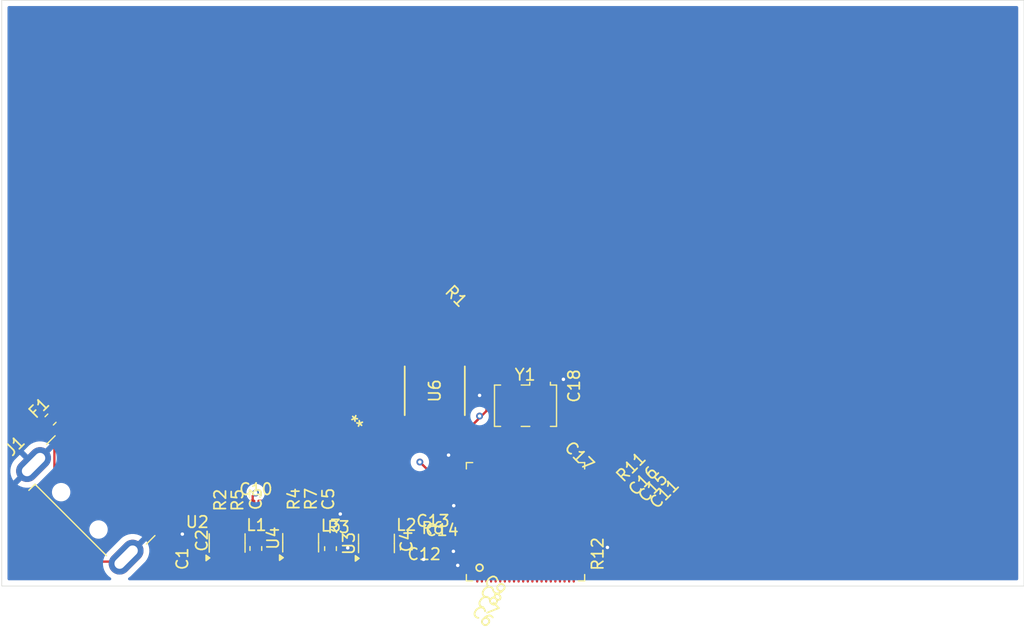
<source format=kicad_pcb>
(kicad_pcb (version 20240108) (generator "pcbnew") (generator_version "8.0")
  (layers (0 "F.Cu" signal) (1 "In1.Cu" signal) (2 "In2.Cu" signal) (31 "B.Cu" signal) (34 "B.Paste" user) (35 "F.Paste" user) (36 "B.SilkS" user "B.Silkscreen") (37 "F.SilkS" user "F.Silkscreen") (38 "B.Mask" user) (39 "F.Mask" user) (44 "Edge.Cuts" user))
  (net 0 "")
  (net 1 "+3V3")
  (net 2 "+1V1")
  (net 3 "GND")
  (net 4 "+2V5")
  (net 5 "Net-(U4-FB)")
  (net 6 "Net-(U2-FB)")
  (net 7 "Net-(U2-SW)")
  (net 8 "Net-(U4-SW)")
  (net 34 "Net-(U5B-SVREF)")
  (net 53 "Net-(U3-FB)")
  (net 54 "Net-(U3-SW)")
  (net 55 "SPI_MISO")
  (net 56 "FUSE_PWR")
  (net 57 "SPI_MOSI")
  (net 58 "USB_DN")
  (net 59 "USB_DP")
  (net 60 "SPI_CLK")
  (net 61 "CLKN")
  (net 62 "CLKP")
  (net 63 "SPI_CS")
  (net 64 "STATUS")
  (net 65 "USB_VBUS")
  (footprint "Capacitor_SMD:C_0201_0603Metric" (layer "F.Cu") (at 223.277792 115.177207 180)
    (property "Reference" "C12")
    (property "Value" "100nF")
  )
  (footprint "Capacitor_SMD:C_0201_0603Metric" (layer "F.Cu") (at 226.111271 108.655 -90)
    (property "Reference" "C9")
    (property "Value" "100nF")
  )
  (footprint "Capacitor_SMD:C_0201_0603Metric" (layer "F.Cu") (at 239.9 112.900001 180)
    (property "Reference" "C16")
    (property "Value" "1µF")
  )
  (footprint "Connector_USB:USB_A_CNCTech_1001-011-01101_Horizontal" (layer "F.Cu") (at 198.177244 107.572757 45)
    (property "Reference" "J1")
    (property "Value" "USB_B")
  )
  (footprint "Inductor_SMD:L_0603_1608Metric" (layer "F.Cu") (at 208.622792 115.727206 90)
    (property "Reference" "L1")
    (property "Value" "2.2µH")
  )
  (footprint "custom:WIN_SN-8_WIN" (layer "F.Cu") (at 224.2 102 90)
    (property "Reference" "U6")
    (property "Value" "W25Q80DVSNIG")
  )
  (footprint "Capacitor_SMD:C_0201_0603Metric" (layer "F.Cu") (at 208.622792 112.714707)
    (property "Reference" "C3")
    (property "Value" "22µF")
  )
  (footprint "Capacitor_SMD:C_0201_0603Metric" (layer "F.Cu") (at 224.042792 114.377207)
    (property "Reference" "C13")
    (property "Value" "100nF")
  )
  (footprint "Resistor_SMD:R_0201_0603Metric" (layer "F.Cu") (at 211.922792 112.727207)
    (property "Reference" "R4")
    (property "Value" "10k")
  )
  (footprint "Capacitor_SMD:C_0201_0603Metric" (layer "F.Cu") (at 239.92 113.7)
    (property "Reference" "C11")
    (property "Value" "100nF")
  )
  (footprint "Resistor_SMD:R_0201_0603Metric" (layer "F.Cu") (at 238.420002 114.480002)
    (property "Reference" "R12")
    (property "Value" "2.2k")
  )
  (footprint "Resistor_SMD:R_0201_0603Metric" (layer "F.Cu") (at 217.022792 113.932207 90)
    (property "Reference" "R3")
    (property "Value" "11k")
  )
  (footprint "Resistor_SMD:R_0201_0603Metric" (layer "F.Cu") (at 213.422792 112.727207)
    (property "Reference" "R7")
    (property "Value" "8.2k")
  )
  (footprint "Capacitor_SMD:C_0201_0603Metric" (layer "F.Cu") (at 239.92 114.5 180)
    (property "Reference" "C15")
    (property "Value" "1µF")
  )
  (footprint "Capacitor_SMD:C_0201_0603Metric" (layer "F.Cu") (at 232 105.8)
    (property "Reference" "C17")
    (property "Value" "30pF")
  )
  (footprint "Resistor_SMD:R_0201_0603Metric" (layer "F.Cu") (at 205.502792 112.714708)
    (property "Reference" "R2")
    (property "Value" "11k")
  )
  (footprint "Package_TO_SOT_SMD:SOT-23-5" (layer "F.Cu") (at 212.522792 115.227207 90)
    (property "Reference" "U4")
    (property "Value" "JW5211")
  )
  (footprint "custom:QFN-88_EP_10x10_Pitch0.4mm" (layer "F.Cu") (at 232.1 113.4 90)
    (property "Reference" "U5" (hide yes))
    (property "Value" "F1C200s")
  )
  (footprint "Inductor_SMD:L_0603_1608Metric" (layer "F.Cu") (at 215.122792 115.739707 90)
    (property "Reference" "L3")
    (property "Value" "2.2µH")
  )
  (footprint "Capacitor_SMD:C_0201_0603Metric" (layer "F.Cu") (at 203.922792 116.627206 90)
    (property "Reference" "C2")
    (property "Value" "2.2µF")
  )
  (footprint "Capacitor_SMD:C_0201_0603Metric" (layer "F.Cu") (at 214.922791 112.727207)
    (property "Reference" "C5")
    (property "Value" "22µF")
  )
  (footprint "Capacitor_SMD:C_0201_0603Metric" (layer "F.Cu") (at 223.989952 108.655001 -90)
    (property "Reference" "C6")
    (property "Value" "2.2µF")
  )
  (footprint "Fuse:Fuse_0603_1608Metric" (layer "F.Cu") (at 190.75 104.5 45)
    (property "Reference" "F1")
    (property "Value" "Polyfuse")
  )
  (footprint "Resistor_SMD:R_0201_0603Metric" (layer "F.Cu") (at 238.420002 113.680001 180)
    (property "Reference" "R11")
    (property "Value" "2.2k")
  )
  (footprint "Oscillator:Oscillator_SMD_TXC_7C-4Pin_5.0x3.2mm" (layer "F.Cu") (at 232.1 103.3 180)
    (property "Reference" "Y1")
    (property "Value" "24MHz")
  )
  (footprint "Capacitor_SMD:C_0201_0603Metric" (layer "F.Cu") (at 221.677792 113.777207 180)
    (property "Reference" "C4")
    (property "Value" "22µF")
  )
  (footprint "Capacitor_SMD:C_0201_0603Metric" (layer "F.Cu") (at 224.822792 115.177207)
    (property "Reference" "C14")
    (property "Value" "100nF")
  )
  (footprint "Package_TO_SOT_SMD:SOT-23-5" (layer "F.Cu") (at 219.122792 115.289707 90)
    (property "Reference" "U3")
    (property "Value" "JW5211")
  )
  (footprint "Inductor_SMD:L_0603_1608Metric" (layer "F.Cu") (at 221.722792 115.689707 90)
    (property "Reference" "L2")
    (property "Value" "2.2µH")
  )
  (footprint "Capacitor_SMD:C_0201_0603Metric" (layer "F.Cu") (at 224.697057 108.655001 -90)
    (property "Reference" "C7")
    (property "Value" "100nF")
  )
  (footprint "Capacitor_SMD:C_0201_0603Metric" (layer "F.Cu") (at 203.122792 116.627206 90)
    (property "Reference" "C1")
    (property "Value" "2.2µF")
  )
  (footprint "Resistor_SMD:R_0201_0603Metric" (layer "F.Cu") (at 222.822792 113.977206 -90)
    (property "Reference" "R6")
    (property "Value" "36k")
  )
  (footprint "Capacitor_SMD:C_0201_0603Metric" (layer "F.Cu") (at 225.4 108.662158 -90)
    (property "Reference" "C8")
    (property "Value" "100nF")
  )
  (footprint "Resistor_SMD:R_0201_0603Metric" (layer "F.Cu") (at 207.022792 112.714707)
    (property "Reference" "R5")
    (property "Value" "49.9k")
  )
  (footprint "Capacitor_SMD:C_0201_0603Metric" (layer "F.Cu") (at 235.3 102.5 90)
    (property "Reference" "C18")
    (property "Value" "30pF")
  )
  (footprint "Capacitor_SMD:C_0201_0603Metric" (layer "F.Cu") (at 208.667792 111.677207 180)
    (property "Reference" "C10")
    (property "Value" "100nF")
  )
  (footprint "Resistor_SMD:R_0201_0603Metric" (layer "F.Cu") (at 227.2 105.58 90)
    (property "Reference" "R1")
    (property "Value" "3.3k")
  )
  (footprint "Package_TO_SOT_SMD:SOT-23-5" (layer "F.Cu") (at 206.122791 115.252208 90)
    (property "Reference" "U2")
    (property "Value" "JW5211")
  )
  (gr_rect (start 186.5 68) (end 275.5 119) (stroke (width 0.05)) (fill none) (layer "Edge.Cuts"))
  (segment (start 212.7 104.2) (end 212.7 102.7) (width 0.2) (layer "F.Cu") (net 0))
  (segment (start 191.8 91.5) (end 227.2 91.5) (width 0.2) (layer "F.Cu") (net 0))
  (segment (start 253.9 97.5) (end 253.9 96) (width 0.2) (layer "F.Cu") (net 0))
  (segment (start 233.2 97.5) (end 253.9 97.5) (width 0.2) (layer "F.Cu") (net 0))
  (segment (start 191.8 93.2) (end 191.8 91.5) (width 0.2) (layer "F.Cu") (net 0))
  (segment (start 201.4 102.8) (end 191.8 93.2) (width 0.2) (layer "F.Cu") (net 0))
  (segment (start 240.9 93.4) (end 249.9 102.4) (width 0.2) (layer "F.Cu") (net 0))
  (segment (start 253.9 96) (end 244.9 87) (width 0.2) (layer "F.Cu") (net 0))
  (segment (start 227.2 91.5) (end 228 92.3) (width 0.2) (layer "F.Cu") (net 0))
  (segment (start 214.9 93.7) (end 210.5 93.7) (width 0.2) (layer "F.Cu") (net 0))
  (segment (start 228 92.3) (end 233.2 97.5) (width 0.2) (layer "F.Cu") (net 0))
  (segment (start 234.2 93.4) (end 240.9 93.4) (width 0.2) (layer "F.Cu") (net 0))
  (segment (start 244.9 87) (end 240.6 87) (width 0.2) (layer "F.Cu") (net 0))
  (segment (start 212.7 102.7) (end 205.7 95.7) (width 0.2) (layer "F.Cu") (net 0))
  (segment (start 240.6 87) (end 234.2 93.4) (width 0.2) (layer "F.Cu") (net 0))
  (segment (start 210.5 93.7) (end 201.4 102.8) (width 0.2) (layer "F.Cu") (net 0))
  (segment (start 234.065685 109.2) (end 227.2 109.2) (width 0.2) (layer "F.Cu") (net 1))
  (segment (start 227.2 109.2) (end 226.336271 109.2) (width 0.2) (layer "F.Cu") (net 1))
  (segment (start 208.302792 112.714708) (end 207.342792 112.714707) (width 0.2) (layer "F.Cu") (net 1))
  (segment (start 226.111271 108.975) (end 223.989953 108.975) (width 0.2) (layer "F.Cu") (net 1))
  (segment (start 223.565 99.27585) (end 222.295001 99.27585) (width 0.2) (layer "F.Cu") (net 1))
  (segment (start 224.6556 100.7061) (end 227.540414 100.7061) (width 0.2) (layer "F.Cu") (net 1))
  (segment (start 223.675001 108.975001) (end 222.9 108.2) (width 0.2) (layer "F.Cu") (net 1))
  (segment (start 223.565 99.27585) (end 223.565 99.6155) (width 0.2) (layer "F.Cu") (net 1))
  (segment (start 227.540414 100.7061) (end 228.7 101.865686) (width 0.2) (layer "F.Cu") (net 1))
  (segment (start 208.347792 111.677207) (end 208.347792 111.152208) (width 0.2) (layer "F.Cu") (net 1))
  (segment (start 228.1 104.36) (end 227.2 105.26) (width 0.2) (layer "F.Cu") (net 1))
  (segment (start 228.7 101.865686) (end 228.7 103.76) (width 0.2) (layer "F.Cu") (net 1))
  (segment (start 234.3 108.965685) (end 234.065685 109.2) (width 0.2) (layer "F.Cu") (net 1))
  (segment (start 223.565 99.6155) (end 224.6556 100.7061) (width 0.2) (layer "F.Cu") (net 1))
  (segment (start 234.3 108.5) (end 234.3 108.965685) (width 0.2) (layer "F.Cu") (net 1))
  (segment (start 228.1 104.2) (end 228.1 104.36) (width 0.2) (layer "F.Cu") (net 1))
  (segment (start 223.989953 108.975) (end 223.989952 108.975001) (width 0.2) (layer "F.Cu") (net 1))
  (segment (start 208.222792 112.794707) (end 208.222792 114.539706) (width 0.2) (layer "F.Cu") (net 1))
  (segment (start 226.336271 109.2) (end 226.111271 108.975) (width 0.2) (layer "F.Cu") (net 1))
  (segment (start 208.222792 114.539706) (end 208.622792 114.939705) (width 0.2) (layer "F.Cu") (net 1))
  (segment (start 223.989952 108.975001) (end 223.675001 108.975001) (width 0.2) (layer "F.Cu") (net 1))
  (segment (start 208.347792 111.152208) (end 208.6 110.9) (width 0.2) (layer "F.Cu") (net 1))
  (segment (start 208.347792 111.677207) (end 208.347792 112.669707) (width 0.2) (layer "F.Cu") (net 1))
  (segment (start 228.7 103.76) (end 227.2 105.26) (width 0.2) (layer "F.Cu") (net 1))
  (via (at 228.1 104.2) (size 0.6) (drill 0.3) (layers "F.Cu" "B.Cu") (net 1))
  (via (at 208.6 110.9) (size 0.6) (drill 0.3) (layers "F.Cu" "B.Cu") (net 1))
  (via (at 222.9 108.2) (size 0.6) (drill 0.3) (layers "F.Cu" "B.Cu") (net 1))
  (segment (start 213.742791 112.727207) (end 214.602792 112.727207) (width 0.2) (layer "F.Cu") (net 2))
  (segment (start 218.969607 112.789707) (end 222.598748 112.789707) (width 0.2) (layer "F.Cu") (net 2))
  (segment (start 223.597792 115.177207) (end 224.502792 115.177207) (width 0.2) (layer "F.Cu") (net 2))
  (segment (start 228.38 109.68) (end 235.82 109.68) (width 0.2) (layer "F.Cu") (net 2))
  (segment (start 227.2 110.8) (end 228.1 110.8) (width 0.2) (layer "F.Cu") (net 2))
  (segment (start 228.1 109.96) (end 228.38 109.68) (width 0.2) (layer "F.Cu") (net 2))
  (segment (start 218.682107 113.077207) (end 218.969607 112.789707) (width 0.2) (layer "F.Cu") (net 2))
  (segment (start 222.886248 113.077207) (end 223.722792 113.077207) (width 0.2) (layer "F.Cu") (net 2))
  (segment (start 222.598748 112.789707) (end 222.886248 113.077207) (width 0.2) (layer "F.Cu") (net 2))
  (segment (start 235.82 109.68) (end 235.82 112.085685) (width 0.2) (layer "F.Cu") (net 2))
  (segment (start 236.534315 112.8) (end 237 112.8) (width 0.2) (layer "F.Cu") (net 2))
  (segment (start 225.999999 110.8) (end 223.722792 113.077207) (width 0.2) (layer "F.Cu") (net 2))
  (segment (start 223.722792 115.052207) (end 223.597792 115.177207) (width 0.2) (layer "F.Cu") (net 2))
  (segment (start 223.722792 114.377207) (end 223.722792 115.052207) (width 0.2) (layer "F.Cu") (net 2))
  (segment (start 214.602792 112.727207) (end 214.602792 114.432207) (width 0.2) (layer "F.Cu") (net 2))
  (segment (start 223.722792 114.377207) (end 223.722792 113.077207) (width 0.2) (layer "F.Cu") (net 2))
  (segment (start 214.602792 114.432207) (end 215.122792 114.952207) (width 0.2) (layer "F.Cu") (net 2))
  (segment (start 228.1 110.8) (end 228.1 109.96) (width 0.2) (layer "F.Cu") (net 2))
  (segment (start 216.759336 113.077207) (end 218.682107 113.077207) (width 0.2) (layer "F.Cu") (net 2))
  (segment (start 235.82 112.085685) (end 236.534315 112.8) (width 0.2) (layer "F.Cu") (net 2))
  (segment (start 215.122792 114.713751) (end 216.759336 113.077207) (width 0.2) (layer "F.Cu") (net 2))
  (segment (start 227.2 110.8) (end 225.999999 110.8) (width 0.2) (layer "F.Cu") (net 2))
  (segment (start 215.242792 112.568751) (end 215.242793 112.727207) (width 0.2) (layer "F.Cu") (net 3))
  (segment (start 226.2 117.2) (end 227.2 117.2) (width 0.2) (layer "F.Cu") (net 3))
  (segment (start 227.9 116.7) (end 227.9 117.4) (width 0.2) (layer "F.Cu") (net 3))
  (segment (start 211.760292 117.389707) (end 211.722792 117.352207) (width 0.2) (layer "F.Cu") (net 3))
  (segment (start 202.222792 114.477207) (end 202.222792 113.389707) (width 0.2) (layer "F.Cu") (net 3))
  (segment (start 239.6 112.919999) (end 239.599999 114.499999) (width 0.2) (layer "F.Cu") (net 3))
  (segment (start 193.828537 116.871211) (end 196.939807 116.871211) (width 0.2) (layer "F.Cu") (net 3))
  (segment (start 227.9 108.5) (end 229.1 108.5) (width 0.2) (layer "F.Cu") (net 3))
  (segment (start 224.592791 114.377207) (end 225.142792 114.927208) (width 0.2) (layer "F.Cu") (net 3))
  (segment (start 227.8 115.2) (end 227.9 115.3) (width 0.2) (layer "F.Cu") (net 3))
  (segment (start 222.957792 115.377206) (end 223.257793 115.677207) (width 0.2) (layer "F.Cu") (net 3))
  (segment (start 220.672791 114.462208) (end 220.672791 114.855259) (width 0.2) (layer "F.Cu") (net 3))
  (segment (start 216.522792 113.953751) (end 216.864336 113.612207) (width 0.2) (layer "F.Cu") (net 3))
  (segment (start 227.9 117.4) (end 228.3 117.8) (width 0.2) (layer "F.Cu") (net 3))
  (segment (start 230.83 102.2) (end 231.17 102.2) (width 0.2) (layer "F.Cu") (net 3))
  (segment (start 226.111271 108.335) (end 227.735 108.335) (width 0.2) (layer "F.Cu") (net 3))
  (segment (start 231.73 101.3) (end 230.83 102.2) (width 0.2) (layer "F.Cu") (net 3))
  (segment (start 216.864336 113.612207) (end 217.022792 113.612207) (width 0.2) (layer "F.Cu") (net 3))
  (segment (start 205.822792 112.556251) (end 205.822792 112.714707) (width 0.2) (layer "F.Cu") (net 3))
  (segment (start 203.122791 115.377207) (end 203.122792 116.307206) (width 0.2) (layer "F.Cu") (net 3))
  (segment (start 233.37 104.75) (end 232.32 105.8) (width 0.2) (layer "F.Cu") (net 3))
  (segment (start 212.522792 117.027206) (end 212.197791 117.352207) (width 0.2) (layer "F.Cu") (net 3))
  (segment (start 216.622792 115.677207) (end 216.522792 115.577207) (width 0.2) (layer "F.Cu") (net 3))
  (segment (start 212.742792 112.227207) (end 214.901248 112.227207) (width 0.2) (layer "F.Cu") (net 3))
  (segment (start 221.357792 113.777208) (end 220.672791 114.462208) (width 0.2) (layer "F.Cu") (net 3))
  (segment (start 239.599999 114.499999) (end 239.231374 114.868625) (width 0.2) (layer "F.Cu") (net 3))
  (segment (start 227.2 116) (end 227.2 117.2) (width 0.2) (layer "F.Cu") (net 3))
  (segment (start 222.957792 115.177207) (end 222.957792 115.377206) (width 0.2) (layer "F.Cu") (net 3))
  (segment (start 233.37 104.4) (end 233.37 104.75) (width 0.2) (layer "F.Cu") (net 3))
  (segment (start 219.122792 117.089707) (end 218.822791 117.389707) (width 0.2) (layer "F.Cu") (net 3))
  (segment (start 223.222792 116.677207) (end 222.422792 117.477207) (width 0.2) (layer "F.Cu") (net 3))
  (segment (start 209.430292 112.227207) (end 208.942792 112.714707) (width 0.2) (layer "F.Cu") (net 3))
  (segment (start 239.580002 114.480002) (end 238.740002 114.480002) (width 0.2) (layer "F.Cu") (net 3))
  (segment (start 212.242792 112.527208) (end 211.942791 112.227207) (width 0.2) (layer "F.Cu") (net 3))
  (segment (start 219.122792 116.427207) (end 219.122792 117.089707) (width 0.2) (layer "F.Cu") (net 3))
  (segment (start 225.142792 114.927208) (end 225.142792 115.177207) (width 0.2) (layer "F.Cu") (net 3))
  (segment (start 226.111271 108.335001) (end 223.98995 108.335001) (width 0.2) (layer "F.Cu") (net 3))
  (segment (start 227.2 112) (end 230.7 112) (width 0.2) (layer "F.Cu") (net 3))
  (segment (start 222.422792 117.477207) (end 219.510293 117.477207) (width 0.2) (layer "F.Cu") (net 3))
  (segment (start 215.972793 112.727207) (end 215.242793 112.727207) (width 0.2) (layer "F.Cu") (net 3))
  (segment (start 211.942791 112.227207) (end 209.430292 112.227207) (width 0.2) (layer "F.Cu") (net 3))
  (segment (start 216.522792 115.577207) (end 216.522792 113.953751) (width 0.2) (layer "F.Cu") (net 3))
  (segment (start 235.3 102.18) (end 234.42 101.3) (width 0.2) (layer "F.Cu") (net 3))
  (segment (start 218.822791 117.389707) (end 211.760292 117.389707) (width 0.2) (layer "F.Cu") (net 3))
  (segment (start 205.481248 112.214707) (end 205.822792 112.556251) (width 0.2) (layer "F.Cu") (net 3))
  (segment (start 202.222792 113.389707) (end 203.397792 112.214707) (width 0.2) (layer "F.Cu") (net 3))
  (segment (start 226.104999 104.72415) (end 226.104999 104.395001) (width 0.2) (layer "F.Cu") (net 3))
  (segment (start 212.242792 112.727207) (end 212.242792 112.527208) (width 0.2) (layer "F.Cu") (net 3))
  (segment (start 227.9 115.9) (end 227.8 116) (width 0.2) (layer "F.Cu") (net 3))
  (segment (start 219.510293 117.477207) (end 219.122792 117.089707) (width 0.2) (layer "F.Cu") (net 3))
  (segment (start 225.142792 115.177207) (end 225.142792 115.297207) (width 0.2) (layer "F.Cu") (net 3))
  (segment (start 224.362792 114.377207) (end 224.592791 114.377207) (width 0.2) (layer "F.Cu") (net 3))
  (segment (start 227.2 116) (end 227.9 116.7) (width 0.2) (layer "F.Cu") (net 3))
  (segment (start 225.142792 115.335663) (end 225.142792 115.177207) (width 0.2) (layer "F.Cu") (net 3))
  (segment (start 208.987792 111.677207) (end 208.987792 112.669707) (width 0.2) (layer "F.Cu") (net 3))
  (segment (start 225.142792 115.297207) (end 225.822791 115.977207) (width 0.2) (layer "F.Cu") (net 3))
  (segment (start 228.3 117.8) (end 228.3 118.3) (width 0.2) (layer "F.Cu") (net 3))
  (segment (start 235.3 102.18) (end 235.3 101.1) (width 0.2) (layer "F.Cu") (net 3))
  (segment (start 230.7 112) (end 232.1 113.4) (width 0.2) (layer "F.Cu") (net 3))
  (segment (start 212.522792 116.364707) (end 212.522792 117.027206) (width 0.2) (layer "F.Cu") (net 3))
  (segment (start 214.901248 112.227207) (end 215.242792 112.568751) (width 0.2) (layer "F.Cu") (net 3))
  (segment (start 226.104999 104.395001) (end 228.1 102.4) (width 0.2) (layer "F.Cu") (net 3))
  (segment (start 212.197791 117.352207) (end 211.722792 117.352207) (width 0.2) (layer "F.Cu") (net 3))
  (segment (start 211.722792 117.352207) (end 206.732238 117.352207) (width 0.2) (layer "F.Cu") (net 3))
  (segment (start 239.231374 114.868625) (end 239.231374 115.635636) (width 0.2) (layer "F.Cu") (net 3))
  (segment (start 203.122792 116.307206) (end 203.922792 116.307206) (width 0.2) (layer "F.Cu") (net 3))
  (segment (start 202.222792 114.477207) (end 203.122791 115.377207) (width 0.2) (layer "F.Cu") (net 3))
  (segment (start 223.257793 115.677207) (end 224.801248 115.677207) (width 0.2) (layer "F.Cu") (net 3))
  (segment (start 227.8 116) (end 227.2 116) (width 0.2) (layer "F.Cu") (net 3))
  (segment (start 224.801248 115.677207) (end 225.142792 115.335663) (width 0.2) (layer "F.Cu") (net 3))
  (segment (start 227.9 115.3) (end 227.9 115.9) (width 0.2) (layer "F.Cu") (net 3))
  (segment (start 212.242792 112.727207) (end 212.742792 112.227207) (width 0.2) (layer "F.Cu") (net 3))
  (segment (start 206.732238 117.352207) (end 206.122791 116.74276) (width 0.2) (layer "F.Cu") (net 3))
  (segment (start 227.735 108.335) (end 227.9 108.5) (width 0.2) (layer "F.Cu") (net 3))
  (segment (start 220.672791 114.855259) (end 220.150843 115.377207) (width 0.2) (layer "F.Cu") (net 3))
  (segment (start 234.42 101.3) (end 231.73 101.3) (width 0.2) (layer "F.Cu") (net 3))
  (segment (start 225.4 107.6) (end 225.4 108.342158) (width 0.2) (layer "F.Cu") (net 3))
  (segment (start 219.510293 115.377206) (end 219.122791 115.764708) (width 0.2) (layer "F.Cu") (net 3))
  (segment (start 203.397792 112.214707) (end 205.481248 112.214707) (width 0.2) (layer "F.Cu") (net 3))
  (segment (start 227.2 115.2) (end 227.8 115.2) (width 0.2) (layer "F.Cu") (net 3))
  (segment (start 225.85131 112) (end 227.2 112) (width 0.2) (layer "F.Cu") (net 3))
  (segment (start 231.17 102.2) (end 233.37 104.4) (width 0.2) (layer "F.Cu") (net 3))
  (segment (start 219.122791 115.764708) (end 219.122792 116.427207) (width 0.2) (layer "F.Cu") (net 3))
  (segment (start 220.150843 115.377207) (end 219.510293 115.377206) (width 0.2) (layer "F.Cu") (net 3))
  (segment (start 235.3 101.1) (end 235.4 101) (width 0.2) (layer "F.Cu") (net 3))
  (via (at 225.822791 115.977207) (size 0.6) (drill 0.3) (layers "F.Cu" "B.Cu") (net 3))
  (via (at 215.972793 112.727207) (size 0.6) (drill 0.3) (layers "F.Cu" "B.Cu") (net 3))
  (via (at 228.1 102.4) (size 0.6) (drill 0.3) (layers "F.Cu" "B.Cu") (net 3))
  (via (at 225.85131 112) (size 0.6) (drill 0.3) (layers "F.Cu" "B.Cu") (net 3))
  (via (at 216.622792 115.677207) (size 0.6) (drill 0.3) (layers "F.Cu" "B.Cu") (net 3))
  (via (at 235.4 101) (size 0.6) (drill 0.3) (layers "F.Cu" "B.Cu") (net 3))
  (via (at 202.222792 114.477207) (size 0.6) (drill 0.3) (layers "F.Cu" "B.Cu") (net 3))
  (via (at 239.231374 115.635636) (size 0.6) (drill 0.3) (layers "F.Cu" "B.Cu") (net 3))
  (via (at 226.2 117.2) (size 0.6) (drill 0.3) (layers "F.Cu" "B.Cu") (net 3))
  (via (at 225.4 107.6) (size 0.6) (drill 0.3) (layers "F.Cu" "B.Cu") (net 3))
  (via (at 223.222792 116.677207) (size 0.6) (drill 0.3) (layers "F.Cu" "B.Cu") (net 3))
  (segment (start 228.3 117.04) (end 228.3 114.9) (width 0.2) (layer "F.Cu") (net 4))
  (segment (start 228.38 117.12) (end 228.3 117.04) (width 0.2) (layer "F.Cu") (net 4))
  (segment (start 240.22 112.741543) (end 240.22 114.479999) (width 0.2) (layer "F.Cu") (net 4))
  (segment (start 227.8 114.4) (end 227.2 114.4) (width 0.2) (layer "F.Cu") (net 4))
  (segment (start 237 114.4) (end 236.7 114.4) (width 0.2) (layer "F.Cu") (net 4))
  (segment (start 221.722792 114.902206) (end 222.763136 115.94255) (width 0.2) (layer "F.Cu") (net 4))
  (segment (start 238.740002 113.680001) (end 238.740002 113.480002) (width 0.2) (layer "F.Cu") (net 4))
  (segment (start 238.440001 113.180001) (end 237.519999 113.180001) (width 0.2) (layer "F.Cu") (net 4))
  (segment (start 225.574262 116.577207) (end 226.07132 116.577207) (width 0.2) (layer "F.Cu") (net 4))
  (segment (start 238.740002 113.480002) (end 238.440001 113.180001) (width 0.2) (layer "F.Cu") (net 4))
  (segment (start 226.07132 116.577207) (end 226.422791 116.225736) (width 0.2) (layer "F.Cu") (net 4))
  (segment (start 221.997792 113.777207) (end 221.997792 113.977206) (width 0.2) (layer "F.Cu") (net 4))
  (segment (start 236.7 114.4) (end 235.82 115.28) (width 0.2) (layer "F.Cu") (net 4))
  (segment (start 222.572793 114.552207) (end 222.922792 114.552207) (width 0.2) (layer "F.Cu") (net 4))
  (segment (start 222.763136 115.94255) (end 222.95745 115.94255) (width 0.2) (layer "F.Cu") (net 4))
  (segment (start 222.95745 115.94255) (end 223.092107 116.077207) (width 0.2) (layer "F.Cu") (net 4))
  (segment (start 235.82 117.12) (end 228.38 117.12) (width 0.2) (layer "F.Cu") (net 4))
  (segment (start 225.074262 116.077207) (end 225.574262 116.577207) (width 0.2) (layer "F.Cu") (net 4))
  (segment (start 226.422791 116.225736) (end 226.422791 114.577209) (width 0.2) (layer "F.Cu") (net 4))
  (segment (start 239.05 112.631545) (end 239.281546 112.399999) (width 0.2) (layer "F.Cu") (net 4))
  (segment (start 226.422791 114.577209) (end 226.6 114.4) (width 0.2) (layer "F.Cu") (net 4))
  (segment (start 237.519999 113.180001) (end 237.5 113.2) (width 0.2) (layer "F.Cu") (net 4))
  (segment (start 221.997792 113.977206) (end 222.572793 114.552207) (width 0.2) (layer "F.Cu") (net 4))
  (segment (start 222.922792 114.552207) (end 222.072792 114.552207) (width 0.2) (layer "F.Cu") (net 4))
  (segment (start 226.6 114.4) (end 227.2 114.4) (width 0.2) (layer "F.Cu") (net 4))
  (segment (start 237.5 113.2) (end 237 113.2) (width 0.2) (layer "F.Cu") (net 4))
  (segment (start 222.072792 114.552207) (end 221.722792 114.902207) (width 0.2) (layer "F.Cu") (net 4))
  (segment (start 239.05 113.05) (end 239.05 112.631545) (width 0.2) (layer "F.Cu") (net 4))
  (segment (start 239.281546 112.399999) (end 239.878457 112.399999) (width 0.2) (layer "F.Cu") (net 4))
  (segment (start 235.82 115.28) (end 235.82 117.12) (width 0.2) (layer "F.Cu") (net 4))
  (segment (start 228.3 114.9) (end 227.8 114.4) (width 0.2) (layer "F.Cu") (net 4))
  (segment (start 239.878457 112.399999) (end 240.22 112.741543) (width 0.2) (layer "F.Cu") (net 4))
  (segment (start 238.740002 113.359998) (end 239.05 113.05) (width 0.2) (layer "F.Cu") (net 4))
  (segment (start 238.740002 113.680001) (end 238.740002 113.359998) (width 0.2) (layer "F.Cu") (net 4))
  (segment (start 223.092107 116.077207) (end 225.074262 116.077207) (width 0.2) (layer "F.Cu") (net 4))
  (segment (start 211.602792 112.727207) (end 211.602791 114.059708) (width 0.2) (layer "F.Cu") (net 5))
  (segment (start 211.602792 112.927207) (end 211.602792 112.727207) (width 0.2) (layer "F.Cu") (net 5))
  (segment (start 213.041248 112.727207) (end 212.541248 113.227207) (width 0.2) (layer "F.Cu") (net 5))
  (segment (start 212.541248 113.227207) (end 211.902793 113.227207) (width 0.2) (layer "F.Cu") (net 5))
  (segment (start 211.902793 113.227207) (end 211.602792 112.927207) (width 0.2) (layer "F.Cu") (net 5))
  (segment (start 206.702792 112.714707) (end 206.202792 113.214707) (width 0.2) (layer "F.Cu") (net 6))
  (segment (start 205.182792 112.714708) (end 205.182792 114.104707) (width 0.2) (layer "F.Cu") (net 6))
  (segment (start 206.202792 113.214707) (end 205.382792 113.214707) (width 0.2) (layer "F.Cu") (net 6))
  (segment (start 205.382792 113.214707) (end 205.182792 113.014707) (width 0.2) (layer "F.Cu") (net 6))
  (segment (start 205.182792 113.014707) (end 205.182792 112.714708) (width 0.2) (layer "F.Cu") (net 6))
  (segment (start 208.622792 116.514707) (end 207.19779 116.514707) (width 0.2) (layer "F.Cu") (net 7))
  (segment (start 213.472791 116.364707) (end 214.960292 116.364707) (width 0.2) (layer "F.Cu") (net 8))
  (segment (start 238.100002 113.680001) (end 238.020001 113.6) (width 0.2) (layer "F.Cu") (net 34))
  (segment (start 238.100002 113.680001) (end 238.100002 114.480002) (width 0.2) (layer "F.Cu") (net 34))
  (segment (start 238.020001 113.6) (end 237 113.6) (width 0.2) (layer "F.Cu") (net 34))
  (segment (start 219.135293 113.189707) (end 218.172793 114.152207) (width 0.2) (layer "F.Cu") (net 53))
  (segment (start 217.022792 114.252207) (end 218.072793 114.252207) (width 0.2) (layer "F.Cu") (net 53))
  (segment (start 222.822792 113.657207) (end 222.355292 113.189707) (width 0.2) (layer "F.Cu") (net 53))
  (segment (start 222.355292 113.189707) (end 219.135293 113.189707) (width 0.2) (layer "F.Cu") (net 53))
  (segment (start 221.722792 116.477207) (end 220.122791 116.477206) (width 0.2) (layer "F.Cu") (net 54))
  (segment (start 221.715601 103.6939) (end 221.715601 105.7544) (width 0.2) (layer "F.Cu") (net 55))
  (segment (start 229.75 106.55) (end 229.9 106.7) (width 0.2) (layer "F.Cu") (net 55))
  (segment (start 223.565 104.384499) (end 222.874401 103.6939) (width 0.2) (layer "F.Cu") (net 55))
  (segment (start 229.9 106.7) (end 229.9 108.5) (width 0.2) (layer "F.Cu") (net 55))
  (segment (start 223.565 104.72415) (end 223.565 104.384499) (width 0.2) (layer "F.Cu") (net 55))
  (segment (start 222.511201 106.55) (end 229.75 106.55) (width 0.2) (layer "F.Cu") (net 55))
  (segment (start 222.874401 103.6939) (end 221.715601 103.6939) (width 0.2) (layer "F.Cu") (net 55))
  (segment (start 221.715601 105.7544) (end 222.511201 106.55) (width 0.2) (layer "F.Cu") (net 55))
  (segment (start 214.622792 115.789707) (end 213.472791 114.639706) (width 0.2) (layer "F.Cu") (net 56))
  (segment (start 213.472791 114.089707) (end 211.572793 115.989705) (width 0.2) (layer "F.Cu") (net 56))
  (segment (start 210.985293 115.777207) (end 208.210292 115.777207) (width 0.2) (layer "F.Cu") (net 56))
  (segment (start 203.122792 116.947205) (end 204.615293 116.947206) (width 0.2) (layer "F.Cu") (net 56))
  (segment (start 215.599978 115.789707) (end 214.622792 115.789707) (width 0.2) (layer "F.Cu") (net 56))
  (segment (start 208.210292 115.777207) (end 207.07279 114.639705) (width 0.2) (layer "F.Cu") (net 56))
  (segment (start 205.172792 116.014705) (end 207.07279 114.114707) (width 0.2) (layer "F.Cu") (net 56))
  (segment (start 218.172793 116.052205) (end 220.072791 114.152207) (width 0.2) (layer "F.Cu") (net 56))
  (segment (start 216.587478 116.777207) (end 215.599978 115.789707) (width 0.2) (layer "F.Cu") (net 56))
  (segment (start 218.172793 116.427207) (end 217.822793 116.777207) (width 0.2) (layer "F.Cu") (net 56))
  (segment (start 211.572793 116.364706) (end 210.985293 115.777207) (width 0.2) (layer "F.Cu") (net 56))
  (segment (start 217.822793 116.777207) (end 216.587478 116.777207) (width 0.2) (layer "F.Cu") (net 56))
  (segment (start 204.615293 116.947206) (end 205.172792 116.389707) (width 0.2) (layer "F.Cu") (net 56))
  (segment (start 225.4144 98.2456) (end 221.715601 98.2456) (width 0.2) (layer "F.Cu") (net 57))
  (segment (start 221.315601 98.6456) (end 221.315601 105.920086) (width 0.2) (layer "F.Cu") (net 57))
  (segment (start 221.315601 105.920086) (end 222.345515 106.95) (width 0.2) (layer "F.Cu") (net 57))
  (segment (start 222.345515 106.95) (end 229.35 106.95) (width 0.2) (layer "F.Cu") (net 57))
  (segment (start 226.104999 99.27585) (end 226.104999 98.936199) (width 0.2) (layer "F.Cu") (net 57))
  (segment (start 226.104999 98.936199) (end 225.4144 98.2456) (width 0.2) (layer "F.Cu") (net 57))
  (segment (start 229.5 107.1) (end 229.5 108.5) (width 0.2) (layer "F.Cu") (net 57))
  (segment (start 229.35 106.95) (end 229.5 107.1) (width 0.2) (layer "F.Cu") (net 57))
  (segment (start 221.715601 98.2456) (end 221.315601 98.6456) (width 0.2) (layer "F.Cu") (net 57))
  (segment (start 190.646557 113.689231) (end 194.735788 109.6) (width 0.2) (layer "F.Cu") (net 58))
  (segment (start 194.735788 109.6) (end 227.2 109.6) (width 0.2) (layer "F.Cu") (net 58))
  (segment (start 192.06077 115.103444) (end 197.164214 110) (width 0.2) (layer "F.Cu") (net 59))
  (segment (start 197.164214 110) (end 227.2 110) (width 0.2) (layer "F.Cu") (net 59))
  (segment (start 229.1 105.4) (end 229.45 105.75) (width 0.2) (layer "F.Cu") (net 60))
  (segment (start 227.7061 100.3061) (end 229.1 101.7) (width 0.2) (layer "F.Cu") (net 60))
  (segment (start 229.1 101.7) (end 229.1 105.4) (width 0.2) (layer "F.Cu") (net 60))
  (segment (start 224.835 99.615501) (end 225.525599 100.3061) (width 0.2) (layer "F.Cu") (net 60))
  (segment (start 230.25 105.75) (end 230.7 106.2) (width 0.2) (layer "F.Cu") (net 60))
  (segment (start 230.7 106.2) (end 230.7 108.5) (width 0.2) (layer "F.Cu") (net 60))
  (segment (start 224.835 99.27585) (end 224.835 99.615501) (width 0.2) (layer "F.Cu") (net 60))
  (segment (start 229.45 105.75) (end 230.25 105.75) (width 0.2) (layer "F.Cu") (net 60))
  (segment (start 225.525599 100.3061) (end 227.7061 100.3061) (width 0.2) (layer "F.Cu") (net 60))
  (segment (start 235.535893 104.935204) (end 235.464796 104.935204) (width 0.2) (layer "F.Cu") (net 61))
  (segment (start 233.9 106.5) (end 233.9 108.5) (width 0.2) (layer "F.Cu") (net 61))
  (segment (start 235.288098 102.831902) (end 234.001902 102.831902) (width 0.2) (layer "F.Cu") (net 61))
  (segment (start 235.3 102.82) (end 235.767437 103.287437) (width 0.2) (layer "F.Cu") (net 61))
  (segment (start 235.3 102.82) (end 235.288098 102.831902) (width 0.2) (layer "F.Cu") (net 61))
  (segment (start 234.001902 102.831902) (end 233.37 102.2) (width 0.2) (layer "F.Cu") (net 61))
  (segment (start 235.464796 104.935204) (end 233.9 106.5) (width 0.2) (layer "F.Cu") (net 61))
  (segment (start 235.767437 103.287437) (end 235.767437 104.70366) (width 0.2) (layer "F.Cu") (net 61))
  (segment (start 235.767437 104.70366) (end 235.535893 104.935204) (width 0.2) (layer "F.Cu") (net 61))
  (segment (start 231.68 105.8) (end 231.68 105.25) (width 0.2) (layer "F.Cu") (net 62))
  (segment (start 233.5 107.8) (end 233.5 108.5) (width 0.2) (layer "F.Cu") (net 62))
  (segment (start 231.68 105.98) (end 233.5 107.8) (width 0.2) (layer "F.Cu") (net 62))
  (segment (start 231.68 105.25) (end 230.83 104.4) (width 0.2) (layer "F.Cu") (net 62))
  (segment (start 231.68 105.8) (end 231.68 105.98) (width 0.2) (layer "F.Cu") (net 62))
  (segment (start 229.915686 106.15) (end 227.45 106.15) (width 0.2) (layer "F.Cu") (net 63))
  (segment (start 222.295001 105.175) (end 222.295001 104.72415) (width 0.2) (layer "F.Cu") (net 63))
  (segment (start 230.3 106.534314) (end 229.915686 106.15) (width 0.2) (layer "F.Cu") (net 63))
  (segment (start 223.020001 105.9) (end 222.295001 105.175) (width 0.2) (layer "F.Cu") (net 63))
  (segment (start 227.2 105.9) (end 223.020001 105.9) (width 0.2) (layer "F.Cu") (net 63))
  (segment (start 227.45 106.15) (end 227.2 105.9) (width 0.2) (layer "F.Cu") (net 63))
  (segment (start 230.3 108.5) (end 230.3 106.534314) (width 0.2) (layer "F.Cu") (net 63))
  (segment (start 191.083384 109.71687) (end 188.87879 111.921464) (width 0.2) (layer "F.Cu") (net 65))
  (segment (start 190.193153 105.056847) (end 191.083384 105.947078) (width 0.2) (layer "F.Cu") (net 65))
  (segment (start 191.083384 105.947078) (end 191.083384 109.71687) (width 0.2) (layer "F.Cu") (net 65))
  (zone (net 3) (net_name "GND") (layer "B.Cu") (connect_pads (clearance 0.5)) (min_thickness 0.25) (fill yes (thermal_gap 0.5) (thermal_bridge_width 0.5))
    (polygon (pts (xy 275.5 119) (xy 275.5 68) (xy 186.5 68) (xy 186.5 119)))
  )
)
</source>
